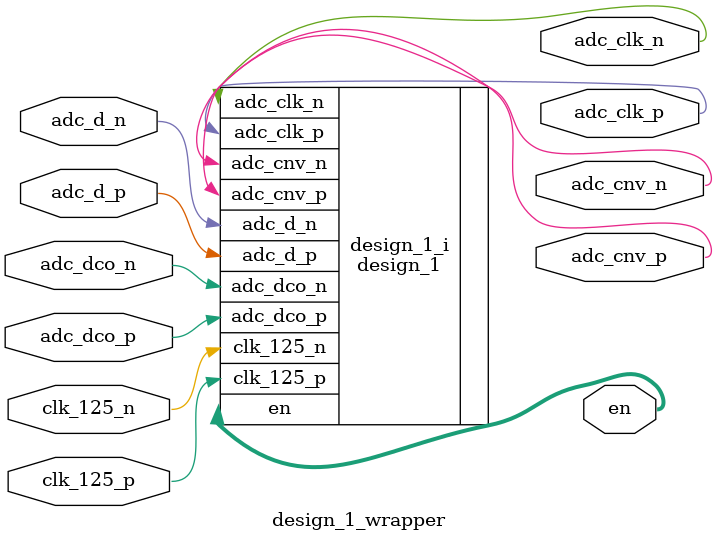
<source format=v>
`timescale 1 ps / 1 ps

module design_1_wrapper
   (adc_clk_n,
    adc_clk_p,
    adc_cnv_n,
    adc_cnv_p,
    adc_d_n,
    adc_d_p,
    adc_dco_n,
    adc_dco_p,
    clk_125_n,
    clk_125_p,
    en);
  output adc_clk_n;
  output adc_clk_p;
  output adc_cnv_n;
  output adc_cnv_p;
  input adc_d_n;
  input adc_d_p;
  input adc_dco_n;
  input adc_dco_p;
  input clk_125_n;
  input clk_125_p;
  output [3:0]en;

  wire adc_clk_n;
  wire adc_clk_p;
  wire adc_cnv_n;
  wire adc_cnv_p;
  wire adc_d_n;
  wire adc_d_p;
  wire adc_dco_n;
  wire adc_dco_p;
  wire clk_125_n;
  wire clk_125_p;
  wire [3:0]en;

  design_1 design_1_i
       (.adc_clk_n(adc_clk_n),
        .adc_clk_p(adc_clk_p),
        .adc_cnv_n(adc_cnv_n),
        .adc_cnv_p(adc_cnv_p),
        .adc_d_n(adc_d_n),
        .adc_d_p(adc_d_p),
        .adc_dco_n(adc_dco_n),
        .adc_dco_p(adc_dco_p),
        .clk_125_n(clk_125_n),
        .clk_125_p(clk_125_p),
        .en(en));
endmodule

</source>
